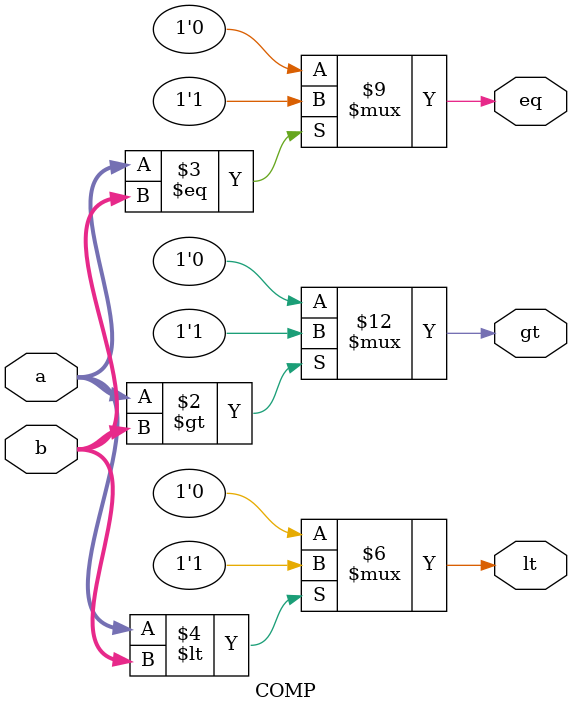
<source format=v>
`timescale 1ns / 1ps


module COMP #(parameter DATAWIDTH = 2) (a,b,gt,lt,eq);
input wire [DATAWIDTH-1:0] a,b;
output reg gt,lt,eq;

always @(*) begin
    if(a > b) gt <= 1;
    else gt <= 0;
    if (a == b) eq <= 1;
    else eq <= 0;
    if (a < b) lt <= 1;
    else lt <= 0;
end

endmodule

</source>
